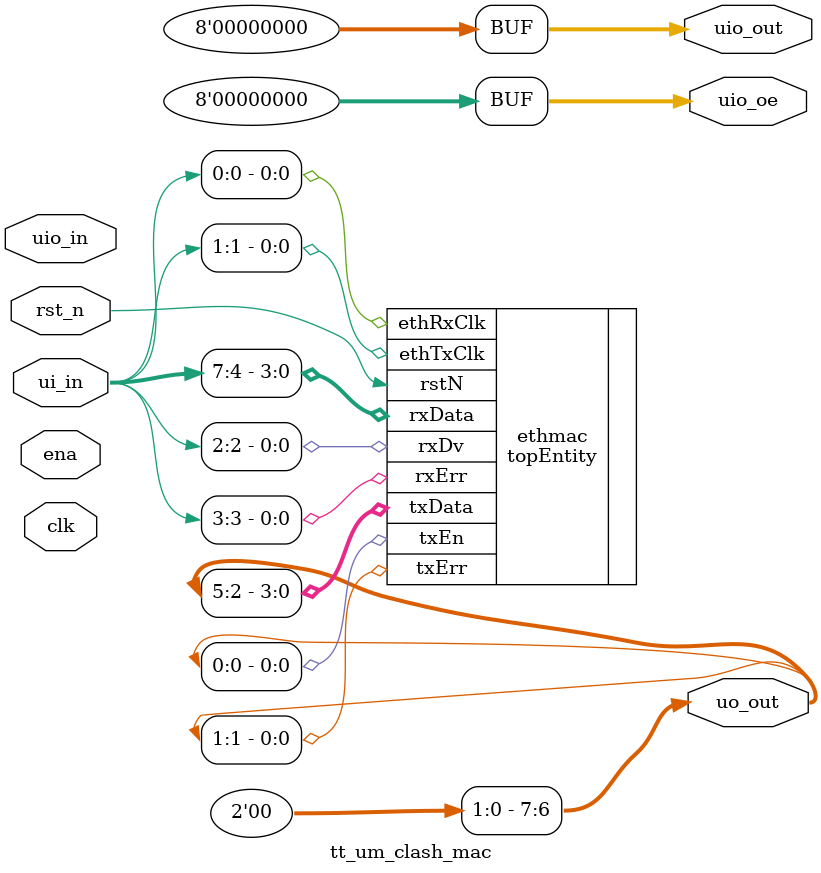
<source format=v>

/*
 * Copyright (c) 2024 Your Name
 * SPDX-License-Identifier: Apache-2.0
 */

`default_nettype none

module tt_um_clash_mac (
    input  wire [7:0] ui_in,    // Dedicated inputs
    output wire [7:0] uo_out,   // Dedicated outputs
    input  wire [7:0] uio_in,   // IOs: Input path
    output wire [7:0] uio_out,  // IOs: Output path
    output wire [7:0] uio_oe,   // IOs: Enable path (active high: 0=input, 1=output)
    input  wire       ena,      // always 1 when the design is powered, so you can ignore it
    input  wire       clk,      // clock
    input  wire       rst_n     // reset_n - low to reset dsdss
);

  topEntity ethmac (
    .ethRxClk(ui_in[0]),
    .ethTxClk(ui_in[1]),
    .rstN(rst_n),
    .rxDv(ui_in[2]),
    .rxErr(ui_in[3]),
    .rxData(ui_in[4:7]),

    .txEn(uo_out[0]),
    .txErr(uo_out[1]),
    .txData(uo_out[2:5])
  );

  // All output pins must be assigned. If not used, assign to 0.
  assign uo_out[6] = 0;
  assign uo_out[7] = 0;

  assign uio_out = 0;
  assign uio_oe  = 0;

endmodule

</source>
